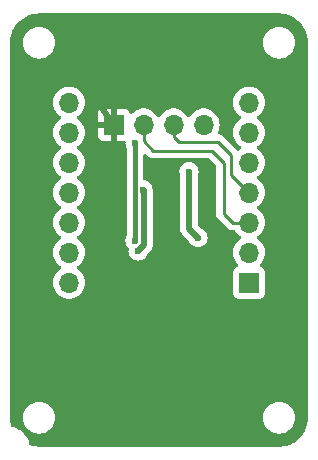
<source format=gtl>
G04 #@! TF.GenerationSoftware,KiCad,Pcbnew,7.0.5*
G04 #@! TF.CreationDate,2023-12-03T19:54:15+09:00*
G04 #@! TF.ProjectId,Misawa_DistanceSensor,4d697361-7761-45f4-9469-7374616e6365,v1.0*
G04 #@! TF.SameCoordinates,Original*
G04 #@! TF.FileFunction,Copper,L1,Top*
G04 #@! TF.FilePolarity,Positive*
%FSLAX46Y46*%
G04 Gerber Fmt 4.6, Leading zero omitted, Abs format (unit mm)*
G04 Created by KiCad (PCBNEW 7.0.5) date 2023-12-03 19:54:15*
%MOMM*%
%LPD*%
G01*
G04 APERTURE LIST*
G04 #@! TA.AperFunction,ComponentPad*
%ADD10R,1.700000X1.700000*%
G04 #@! TD*
G04 #@! TA.AperFunction,ComponentPad*
%ADD11O,1.700000X1.700000*%
G04 #@! TD*
G04 #@! TA.AperFunction,ViaPad*
%ADD12C,0.600000*%
G04 #@! TD*
G04 #@! TA.AperFunction,Conductor*
%ADD13C,0.500000*%
G04 #@! TD*
G04 #@! TA.AperFunction,Conductor*
%ADD14C,0.250000*%
G04 #@! TD*
G04 #@! TA.AperFunction,Conductor*
%ADD15C,0.400000*%
G04 #@! TD*
G04 APERTURE END LIST*
D10*
X124320000Y-119030000D03*
D11*
X124320000Y-116490000D03*
X124320000Y-113950000D03*
X124320000Y-111410000D03*
X124320000Y-108870000D03*
X124320000Y-106330000D03*
X124320000Y-103790000D03*
X109080000Y-103790000D03*
X109080000Y-106330000D03*
X109080000Y-108870000D03*
X109080000Y-111410000D03*
X109080000Y-113950000D03*
X109080000Y-116490000D03*
X109080000Y-119030000D03*
D10*
X112850000Y-105650000D03*
D11*
X115390000Y-105650000D03*
X117930000Y-105650000D03*
X120470000Y-105650000D03*
D12*
X128130000Y-113950000D03*
X128130000Y-122840000D03*
X105270000Y-108870000D03*
X128130000Y-101250000D03*
X105270000Y-105060000D03*
X105270000Y-113950000D03*
X120764000Y-116871000D03*
X110350000Y-130460000D03*
X128130000Y-105060000D03*
X128130000Y-117760000D03*
X114414000Y-130457000D03*
X128130000Y-108870000D03*
X105270000Y-122840000D03*
X123050000Y-130460000D03*
X105397000Y-117887000D03*
X106413000Y-111918000D03*
X123050000Y-126650000D03*
X110350000Y-126650000D03*
X105270000Y-101250000D03*
X114922000Y-116363000D03*
X115347500Y-111156000D03*
X119240000Y-109632000D03*
X120002000Y-115220000D03*
X114668000Y-115474000D03*
X114668000Y-107219000D03*
D13*
X107429000Y-120808000D02*
X105397000Y-119157000D01*
X106413000Y-103028000D02*
X106413000Y-111918000D01*
X105397000Y-113823000D02*
X105270000Y-113950000D01*
X107556000Y-102012000D02*
X106413000Y-103028000D01*
X105397000Y-119157000D02*
X105397000Y-117887000D01*
X106413000Y-111918000D02*
X106159000Y-111918000D01*
X114414000Y-130457000D02*
X118354000Y-130457000D01*
X112850000Y-105650000D02*
X110223000Y-102012000D01*
X118354000Y-130457000D02*
X120764000Y-128047000D01*
X120764000Y-128047000D02*
X120764000Y-116871000D01*
X105397000Y-114077000D02*
X105397000Y-117887000D01*
X117208000Y-120808000D02*
X107429000Y-120808000D01*
X106159000Y-111918000D02*
X105397000Y-112680000D01*
X120764000Y-116871000D02*
X117208000Y-120808000D01*
X110223000Y-102012000D02*
X107556000Y-102012000D01*
X105397000Y-112680000D02*
X105397000Y-113823000D01*
X105270000Y-113950000D02*
X105397000Y-114077000D01*
X115347500Y-111156000D02*
X115398000Y-111206500D01*
X115398000Y-115887000D02*
X114922000Y-116363000D01*
X115398000Y-111206500D02*
X115398000Y-115887000D01*
X119240000Y-109632000D02*
X119240000Y-114458000D01*
X119240000Y-114458000D02*
X120002000Y-115220000D01*
D14*
X117970000Y-106711000D02*
X118351000Y-107092000D01*
X121653000Y-107092000D02*
X122796000Y-108235000D01*
X117970000Y-105690000D02*
X117970000Y-106711000D01*
X122796000Y-109886000D02*
X124320000Y-111410000D01*
X122796000Y-108235000D02*
X122796000Y-109886000D01*
X117930000Y-105650000D02*
X117970000Y-105690000D01*
X118351000Y-107092000D02*
X121653000Y-107092000D01*
X122161000Y-108870000D02*
X121145000Y-107854000D01*
X122923000Y-113950000D02*
X122161000Y-113188000D01*
X121145000Y-107854000D02*
X116192000Y-107854000D01*
X122161000Y-113188000D02*
X122161000Y-108870000D01*
X115390000Y-107052000D02*
X115390000Y-105650000D01*
X124320000Y-113950000D02*
X122923000Y-113950000D01*
X116192000Y-107854000D02*
X115390000Y-107052000D01*
D15*
X114668000Y-115474000D02*
X114668000Y-107219000D01*
G04 #@! TA.AperFunction,Conductor*
G36*
X126815019Y-96247237D02*
G01*
X126815049Y-96247242D01*
X126835469Y-96247242D01*
X126858097Y-96247242D01*
X126861900Y-96247356D01*
X127153055Y-96264968D01*
X127160597Y-96265884D01*
X127445639Y-96318120D01*
X127453012Y-96319937D01*
X127724439Y-96404518D01*
X127729667Y-96406147D01*
X127736777Y-96408843D01*
X128001031Y-96527774D01*
X128007763Y-96531308D01*
X128255756Y-96681225D01*
X128262004Y-96685539D01*
X128490118Y-96864254D01*
X128495800Y-96869288D01*
X128700710Y-97074198D01*
X128705746Y-97079882D01*
X128796021Y-97195110D01*
X128884456Y-97307989D01*
X128888776Y-97314247D01*
X128916133Y-97359500D01*
X129038691Y-97562236D01*
X129042228Y-97568974D01*
X129160873Y-97832593D01*
X129161152Y-97833212D01*
X129163852Y-97840332D01*
X129250060Y-98116982D01*
X129251883Y-98124376D01*
X129304114Y-98409395D01*
X129305032Y-98416954D01*
X129322643Y-98708097D01*
X129322758Y-98711902D01*
X129322758Y-98734535D01*
X129324500Y-130448359D01*
X129324500Y-130458097D01*
X129324385Y-130461902D01*
X129306761Y-130753255D01*
X129305843Y-130760814D01*
X129253574Y-131046039D01*
X129251752Y-131053432D01*
X129165481Y-131330285D01*
X129162781Y-131337406D01*
X129043773Y-131601827D01*
X129040234Y-131608569D01*
X128890217Y-131856731D01*
X128885891Y-131862999D01*
X128707053Y-132091268D01*
X128702004Y-132096967D01*
X128496967Y-132302004D01*
X128491268Y-132307053D01*
X128262999Y-132485891D01*
X128256731Y-132490217D01*
X128008569Y-132640234D01*
X128001827Y-132643773D01*
X127836304Y-132718270D01*
X127763389Y-132751087D01*
X127737406Y-132762781D01*
X127730285Y-132765481D01*
X127453432Y-132851752D01*
X127446039Y-132853574D01*
X127160814Y-132905843D01*
X127153255Y-132906761D01*
X126898975Y-132922142D01*
X126861900Y-132924385D01*
X126858097Y-132924500D01*
X106541903Y-132924500D01*
X106538099Y-132924385D01*
X106494246Y-132921732D01*
X106246744Y-132906761D01*
X106239185Y-132905843D01*
X106056466Y-132872358D01*
X105953956Y-132853573D01*
X105946566Y-132851751D01*
X105807543Y-132808430D01*
X105748457Y-132769067D01*
X105722187Y-132716173D01*
X105705662Y-132643773D01*
X105669434Y-132485048D01*
X105574039Y-132241983D01*
X105443481Y-132015851D01*
X105280679Y-131811704D01*
X105089268Y-131634101D01*
X105089171Y-131634035D01*
X104922488Y-131520391D01*
X104873526Y-131487009D01*
X104873523Y-131487008D01*
X104873521Y-131487006D01*
X104873520Y-131487005D01*
X104638270Y-131373716D01*
X104638263Y-131373713D01*
X104388765Y-131296753D01*
X104388755Y-131296751D01*
X104293988Y-131282467D01*
X104229609Y-131252535D01*
X104192474Y-131195360D01*
X104148243Y-131053417D01*
X104146429Y-131046055D01*
X104094155Y-130760807D01*
X104093239Y-130753265D01*
X104075613Y-130461869D01*
X104075557Y-130460000D01*
X105184341Y-130460000D01*
X105204937Y-130695411D01*
X105266096Y-130923661D01*
X105266098Y-130923665D01*
X105365966Y-131137832D01*
X105501498Y-131331392D01*
X105501502Y-131331397D01*
X105501505Y-131331401D01*
X105668599Y-131498495D01*
X105668603Y-131498498D01*
X105668607Y-131498501D01*
X105862167Y-131634033D01*
X105862166Y-131634033D01*
X105938304Y-131669536D01*
X106076337Y-131733903D01*
X106304592Y-131795063D01*
X106481034Y-131810500D01*
X106481041Y-131810500D01*
X106598959Y-131810500D01*
X106598966Y-131810500D01*
X106775408Y-131795063D01*
X107003663Y-131733903D01*
X107217829Y-131634035D01*
X107411401Y-131498495D01*
X107578495Y-131331401D01*
X107714035Y-131137830D01*
X107813903Y-130923663D01*
X107875063Y-130695408D01*
X107895659Y-130460000D01*
X125504341Y-130460000D01*
X125524937Y-130695411D01*
X125586096Y-130923661D01*
X125586098Y-130923665D01*
X125685966Y-131137832D01*
X125821498Y-131331392D01*
X125821502Y-131331397D01*
X125821505Y-131331401D01*
X125988599Y-131498495D01*
X125988603Y-131498498D01*
X125988607Y-131498501D01*
X126182167Y-131634033D01*
X126182166Y-131634033D01*
X126258304Y-131669536D01*
X126396337Y-131733903D01*
X126624592Y-131795063D01*
X126801034Y-131810500D01*
X126801041Y-131810500D01*
X126918959Y-131810500D01*
X126918966Y-131810500D01*
X127095408Y-131795063D01*
X127323663Y-131733903D01*
X127537829Y-131634035D01*
X127731401Y-131498495D01*
X127898495Y-131331401D01*
X128034035Y-131137830D01*
X128133903Y-130923663D01*
X128195063Y-130695408D01*
X128215659Y-130460000D01*
X128195063Y-130224592D01*
X128133903Y-129996337D01*
X128034035Y-129782171D01*
X128034034Y-129782169D01*
X128034033Y-129782167D01*
X127898501Y-129588607D01*
X127898497Y-129588602D01*
X127898495Y-129588599D01*
X127731401Y-129421505D01*
X127731397Y-129421502D01*
X127731392Y-129421498D01*
X127537832Y-129285966D01*
X127537833Y-129285966D01*
X127323665Y-129186098D01*
X127323661Y-129186096D01*
X127095411Y-129124937D01*
X127042475Y-129120305D01*
X126918966Y-129109500D01*
X126801034Y-129109500D01*
X126688752Y-129119323D01*
X126624588Y-129124937D01*
X126396338Y-129186096D01*
X126396334Y-129186098D01*
X126182167Y-129285966D01*
X125988607Y-129421498D01*
X125988596Y-129421507D01*
X125821507Y-129588596D01*
X125821502Y-129588602D01*
X125685965Y-129782169D01*
X125586098Y-129996334D01*
X125586096Y-129996338D01*
X125524937Y-130224588D01*
X125504341Y-130460000D01*
X107895659Y-130460000D01*
X107875063Y-130224592D01*
X107813903Y-129996337D01*
X107714035Y-129782171D01*
X107714034Y-129782169D01*
X107714033Y-129782167D01*
X107578501Y-129588607D01*
X107578497Y-129588602D01*
X107578495Y-129588599D01*
X107411401Y-129421505D01*
X107411397Y-129421502D01*
X107411392Y-129421498D01*
X107217832Y-129285966D01*
X107217833Y-129285966D01*
X107003665Y-129186098D01*
X107003661Y-129186096D01*
X106775411Y-129124937D01*
X106722475Y-129120305D01*
X106598966Y-129109500D01*
X106481034Y-129109500D01*
X106368752Y-129119323D01*
X106304588Y-129124937D01*
X106076338Y-129186096D01*
X106076334Y-129186098D01*
X105862167Y-129285966D01*
X105668607Y-129421498D01*
X105668596Y-129421507D01*
X105501507Y-129588596D01*
X105501502Y-129588602D01*
X105365965Y-129782169D01*
X105266098Y-129996334D01*
X105266096Y-129996338D01*
X105204937Y-130224588D01*
X105184341Y-130460000D01*
X104075557Y-130460000D01*
X104075500Y-130458126D01*
X104075500Y-130435469D01*
X104075500Y-119030000D01*
X107716844Y-119030000D01*
X107735437Y-119254375D01*
X107790702Y-119472612D01*
X107790703Y-119472613D01*
X107881141Y-119678793D01*
X108004275Y-119867265D01*
X108004279Y-119867270D01*
X108156762Y-120032908D01*
X108211331Y-120075381D01*
X108334424Y-120171189D01*
X108532426Y-120278342D01*
X108532427Y-120278342D01*
X108532428Y-120278343D01*
X108644227Y-120316723D01*
X108745365Y-120351444D01*
X108967431Y-120388500D01*
X108967435Y-120388500D01*
X109192565Y-120388500D01*
X109192569Y-120388500D01*
X109414635Y-120351444D01*
X109627574Y-120278342D01*
X109825576Y-120171189D01*
X110003240Y-120032906D01*
X110155722Y-119867268D01*
X110278860Y-119678791D01*
X110369296Y-119472616D01*
X110424564Y-119254368D01*
X110443156Y-119030000D01*
X110424564Y-118805632D01*
X110369296Y-118587384D01*
X110278860Y-118381209D01*
X110272140Y-118370924D01*
X110155724Y-118192734D01*
X110155720Y-118192729D01*
X110003237Y-118027091D01*
X109883367Y-117933792D01*
X109825576Y-117888811D01*
X109792319Y-117870813D01*
X109741929Y-117820802D01*
X109726576Y-117751485D01*
X109751136Y-117684872D01*
X109792320Y-117649186D01*
X109825576Y-117631189D01*
X110003240Y-117492906D01*
X110155722Y-117327268D01*
X110278860Y-117138791D01*
X110369296Y-116932616D01*
X110424564Y-116714368D01*
X110443156Y-116490000D01*
X110424564Y-116265632D01*
X110389510Y-116127206D01*
X110369297Y-116047387D01*
X110369296Y-116047386D01*
X110369296Y-116047384D01*
X110278860Y-115841209D01*
X110269587Y-115827015D01*
X110155724Y-115652734D01*
X110155720Y-115652729D01*
X110003237Y-115487091D01*
X109892688Y-115401047D01*
X109825576Y-115348811D01*
X109792319Y-115330813D01*
X109741929Y-115280802D01*
X109726576Y-115211485D01*
X109751136Y-115144872D01*
X109792320Y-115109186D01*
X109825576Y-115091189D01*
X110003240Y-114952906D01*
X110155722Y-114787268D01*
X110278860Y-114598791D01*
X110369296Y-114392616D01*
X110424564Y-114174368D01*
X110443156Y-113950000D01*
X110424564Y-113725632D01*
X110387524Y-113579365D01*
X110369297Y-113507387D01*
X110369296Y-113507386D01*
X110369296Y-113507384D01*
X110278860Y-113301209D01*
X110259507Y-113271587D01*
X110155724Y-113112734D01*
X110155720Y-113112729D01*
X110003237Y-112947091D01*
X109908565Y-112873405D01*
X109825576Y-112808811D01*
X109792319Y-112790813D01*
X109741929Y-112740802D01*
X109726576Y-112671485D01*
X109751136Y-112604872D01*
X109792320Y-112569186D01*
X109825576Y-112551189D01*
X110003240Y-112412906D01*
X110155722Y-112247268D01*
X110278860Y-112058791D01*
X110369296Y-111852616D01*
X110424564Y-111634368D01*
X110443156Y-111410000D01*
X110424564Y-111185632D01*
X110417060Y-111156000D01*
X110369297Y-110967387D01*
X110369296Y-110967386D01*
X110369296Y-110967384D01*
X110278860Y-110761209D01*
X110272140Y-110750924D01*
X110155724Y-110572734D01*
X110155720Y-110572729D01*
X110003237Y-110407091D01*
X109905161Y-110330755D01*
X109825576Y-110268811D01*
X109792319Y-110250813D01*
X109741929Y-110200802D01*
X109726576Y-110131485D01*
X109751136Y-110064872D01*
X109792320Y-110029186D01*
X109792326Y-110029183D01*
X109825576Y-110011189D01*
X110003240Y-109872906D01*
X110155722Y-109707268D01*
X110278860Y-109518791D01*
X110369296Y-109312616D01*
X110424564Y-109094368D01*
X110443156Y-108870000D01*
X110424564Y-108645632D01*
X110385715Y-108492220D01*
X110369297Y-108427387D01*
X110369296Y-108427386D01*
X110369296Y-108427384D01*
X110278860Y-108221209D01*
X110208736Y-108113876D01*
X110155724Y-108032734D01*
X110155720Y-108032729D01*
X110003237Y-107867091D01*
X109921382Y-107803381D01*
X109825576Y-107728811D01*
X109825569Y-107728807D01*
X109792318Y-107710812D01*
X109741928Y-107660798D01*
X109726576Y-107591481D01*
X109751137Y-107524869D01*
X109792315Y-107489188D01*
X109825576Y-107471189D01*
X110003240Y-107332906D01*
X110155722Y-107167268D01*
X110278860Y-106978791D01*
X110369296Y-106772616D01*
X110424564Y-106554368D01*
X110425042Y-106548597D01*
X111492000Y-106548597D01*
X111498505Y-106609093D01*
X111549555Y-106745964D01*
X111549555Y-106745965D01*
X111637095Y-106862904D01*
X111754034Y-106950444D01*
X111890906Y-107001494D01*
X111951402Y-107007999D01*
X111951415Y-107008000D01*
X112596000Y-107008000D01*
X112596000Y-106083674D01*
X112707685Y-106134680D01*
X112814237Y-106150000D01*
X112885763Y-106150000D01*
X112992315Y-106134680D01*
X113104000Y-106083674D01*
X113104000Y-107008000D01*
X113737164Y-107008000D01*
X113805285Y-107028002D01*
X113851778Y-107081658D01*
X113862371Y-107148106D01*
X113860213Y-107167265D01*
X113855856Y-107205940D01*
X113854384Y-107219000D01*
X113874783Y-107400047D01*
X113874783Y-107400049D01*
X113874784Y-107400050D01*
X113934956Y-107572014D01*
X113934957Y-107572015D01*
X113940185Y-107580335D01*
X113959500Y-107647374D01*
X113959500Y-115045624D01*
X113940188Y-115112658D01*
X113934959Y-115120979D01*
X113934957Y-115120984D01*
X113879035Y-115280802D01*
X113874783Y-115292953D01*
X113854384Y-115474000D01*
X113874783Y-115655047D01*
X113874783Y-115655049D01*
X113874784Y-115655050D01*
X113934957Y-115827015D01*
X113934958Y-115827018D01*
X114031887Y-115981279D01*
X114031888Y-115981281D01*
X114099700Y-116049093D01*
X114133726Y-116111405D01*
X114129834Y-116174937D01*
X114130357Y-116175057D01*
X114129632Y-116178229D01*
X114129537Y-116179794D01*
X114128785Y-116181942D01*
X114128782Y-116181955D01*
X114114735Y-116306634D01*
X114108384Y-116363000D01*
X114128783Y-116544047D01*
X114128783Y-116544049D01*
X114128784Y-116544050D01*
X114188957Y-116716015D01*
X114188958Y-116716018D01*
X114285887Y-116870279D01*
X114285888Y-116870281D01*
X114414718Y-116999111D01*
X114414720Y-116999112D01*
X114568981Y-117096041D01*
X114568982Y-117096041D01*
X114568985Y-117096043D01*
X114740953Y-117156217D01*
X114922000Y-117176616D01*
X115103047Y-117156217D01*
X115275015Y-117096043D01*
X115429281Y-116999111D01*
X115558111Y-116870281D01*
X115655043Y-116716015D01*
X115655044Y-116716011D01*
X115658114Y-116709638D01*
X115660316Y-116710698D01*
X115682578Y-116675101D01*
X115888778Y-116468901D01*
X115902617Y-116456941D01*
X115922058Y-116442469D01*
X115956001Y-116402015D01*
X115959700Y-116397979D01*
X115965581Y-116392100D01*
X115985629Y-116366743D01*
X115986664Y-116365472D01*
X116036032Y-116306640D01*
X116036033Y-116306636D01*
X116036036Y-116306634D01*
X116040070Y-116300502D01*
X116040127Y-116300539D01*
X116044171Y-116294191D01*
X116044112Y-116294155D01*
X116047965Y-116287907D01*
X116047967Y-116287905D01*
X116080421Y-116218304D01*
X116081167Y-116216765D01*
X116115609Y-116148188D01*
X116115610Y-116148181D01*
X116118119Y-116141291D01*
X116118184Y-116141314D01*
X116120658Y-116134197D01*
X116120594Y-116134176D01*
X116122903Y-116127207D01*
X116126650Y-116109057D01*
X116138432Y-116051994D01*
X116138805Y-116050312D01*
X116156500Y-115975656D01*
X116156500Y-115975655D01*
X116157352Y-115968368D01*
X116157419Y-115968375D01*
X116158185Y-115960877D01*
X116158119Y-115960872D01*
X116158757Y-115953565D01*
X116158759Y-115953558D01*
X116156525Y-115876801D01*
X116156499Y-115875060D01*
X116156499Y-111270939D01*
X116157830Y-111252674D01*
X116161341Y-111228711D01*
X116158760Y-111199216D01*
X116159072Y-111174128D01*
X116161116Y-111156000D01*
X116140717Y-110974953D01*
X116080543Y-110802985D01*
X116080541Y-110802982D01*
X116080541Y-110802981D01*
X115983612Y-110648720D01*
X115983611Y-110648718D01*
X115854781Y-110519888D01*
X115854779Y-110519887D01*
X115700518Y-110422958D01*
X115700515Y-110422957D01*
X115655172Y-110407091D01*
X115528547Y-110362783D01*
X115488389Y-110358258D01*
X115422938Y-110330755D01*
X115382745Y-110272231D01*
X115376500Y-110233057D01*
X115376500Y-109632000D01*
X118426384Y-109632000D01*
X118446783Y-109813047D01*
X118474429Y-109892054D01*
X118481500Y-109933669D01*
X118481500Y-114393559D01*
X118480170Y-114411819D01*
X118477177Y-114432255D01*
X118476659Y-114435789D01*
X118480867Y-114483890D01*
X118481260Y-114488372D01*
X118481500Y-114493866D01*
X118481500Y-114502184D01*
X118485242Y-114534199D01*
X118485428Y-114536020D01*
X118492112Y-114612419D01*
X118493596Y-114619606D01*
X118493531Y-114619619D01*
X118495165Y-114626989D01*
X118495229Y-114626975D01*
X118496921Y-114634115D01*
X118509949Y-114669908D01*
X118523175Y-114706247D01*
X118523761Y-114707934D01*
X118547885Y-114780736D01*
X118550987Y-114787388D01*
X118550926Y-114787416D01*
X118554211Y-114794202D01*
X118554270Y-114794173D01*
X118557563Y-114800730D01*
X118599736Y-114864850D01*
X118600717Y-114866390D01*
X118640970Y-114931651D01*
X118640972Y-114931653D01*
X118645522Y-114937408D01*
X118645468Y-114937450D01*
X118650228Y-114943292D01*
X118650279Y-114943250D01*
X118654997Y-114948872D01*
X118710822Y-115001540D01*
X118712136Y-115002817D01*
X119241421Y-115532102D01*
X119263785Y-115567659D01*
X119265890Y-115566646D01*
X119268958Y-115573018D01*
X119365887Y-115727279D01*
X119365888Y-115727281D01*
X119494718Y-115856111D01*
X119494720Y-115856112D01*
X119648981Y-115953041D01*
X119648982Y-115953041D01*
X119648985Y-115953043D01*
X119820953Y-116013217D01*
X120002000Y-116033616D01*
X120183047Y-116013217D01*
X120355015Y-115953043D01*
X120509281Y-115856111D01*
X120638111Y-115727281D01*
X120735043Y-115573015D01*
X120795217Y-115401047D01*
X120815616Y-115220000D01*
X120795217Y-115038953D01*
X120735043Y-114866985D01*
X120735041Y-114866982D01*
X120735041Y-114866981D01*
X120638112Y-114712720D01*
X120638111Y-114712718D01*
X120509281Y-114583888D01*
X120509279Y-114583887D01*
X120355018Y-114486958D01*
X120348646Y-114483890D01*
X120349659Y-114481785D01*
X120314102Y-114459421D01*
X120035405Y-114180724D01*
X120001379Y-114118412D01*
X119998500Y-114091629D01*
X119998500Y-109933669D01*
X120005571Y-109892054D01*
X120033217Y-109813047D01*
X120053616Y-109632000D01*
X120033217Y-109450953D01*
X119973043Y-109278985D01*
X119973041Y-109278982D01*
X119973041Y-109278981D01*
X119876112Y-109124720D01*
X119876111Y-109124718D01*
X119747281Y-108995888D01*
X119747279Y-108995887D01*
X119593018Y-108898958D01*
X119593015Y-108898957D01*
X119421050Y-108838784D01*
X119421049Y-108838783D01*
X119421047Y-108838783D01*
X119240000Y-108818384D01*
X119058953Y-108838783D01*
X119058950Y-108838783D01*
X119058949Y-108838784D01*
X118886984Y-108898957D01*
X118886981Y-108898958D01*
X118732720Y-108995887D01*
X118732718Y-108995888D01*
X118603888Y-109124718D01*
X118603887Y-109124720D01*
X118506958Y-109278981D01*
X118506957Y-109278984D01*
X118506957Y-109278985D01*
X118446783Y-109450953D01*
X118426384Y-109632000D01*
X115376500Y-109632000D01*
X115376500Y-108238592D01*
X115396502Y-108170472D01*
X115450158Y-108123979D01*
X115520432Y-108113876D01*
X115585013Y-108143369D01*
X115591567Y-108149471D01*
X115684758Y-108242662D01*
X115694720Y-108255097D01*
X115694947Y-108254910D01*
X115699999Y-108261017D01*
X115750388Y-108308335D01*
X115751777Y-108309681D01*
X115762018Y-108319922D01*
X115772226Y-108330131D01*
X115777768Y-108334430D01*
X115782281Y-108338285D01*
X115816679Y-108370586D01*
X115816680Y-108370586D01*
X115816682Y-108370588D01*
X115834429Y-108380344D01*
X115850959Y-108391202D01*
X115866959Y-108403613D01*
X115898136Y-108417104D01*
X115910251Y-108422347D01*
X115915585Y-108424959D01*
X115956940Y-108447695D01*
X115976562Y-108452733D01*
X115995263Y-108459135D01*
X116007814Y-108464567D01*
X116013852Y-108467180D01*
X116013853Y-108467180D01*
X116013855Y-108467181D01*
X116060477Y-108474564D01*
X116066262Y-108475763D01*
X116111970Y-108487500D01*
X116132224Y-108487500D01*
X116151934Y-108489051D01*
X116154141Y-108489400D01*
X116171943Y-108492220D01*
X116205870Y-108489012D01*
X116218917Y-108487780D01*
X116224850Y-108487500D01*
X120830405Y-108487500D01*
X120898526Y-108507502D01*
X120919500Y-108524405D01*
X121490594Y-109095499D01*
X121524620Y-109157811D01*
X121527499Y-109184594D01*
X121527499Y-113104146D01*
X121525751Y-113119988D01*
X121526044Y-113120016D01*
X121525298Y-113127908D01*
X121527469Y-113196974D01*
X121527500Y-113198953D01*
X121527500Y-113227851D01*
X121527501Y-113227872D01*
X121528378Y-113234820D01*
X121528844Y-113240732D01*
X121530326Y-113287888D01*
X121530327Y-113287893D01*
X121535977Y-113307339D01*
X121539986Y-113326697D01*
X121542525Y-113346793D01*
X121542526Y-113346799D01*
X121559893Y-113390662D01*
X121561816Y-113396279D01*
X121574982Y-113441593D01*
X121585294Y-113459031D01*
X121593988Y-113476779D01*
X121601444Y-113495609D01*
X121601450Y-113495620D01*
X121629177Y-113533783D01*
X121632437Y-113538746D01*
X121656460Y-113579365D01*
X121670779Y-113593684D01*
X121683617Y-113608714D01*
X121693156Y-113621843D01*
X121695528Y-113625107D01*
X121723794Y-113648491D01*
X121731886Y-113655185D01*
X121736267Y-113659171D01*
X122168725Y-114091629D01*
X122415752Y-114338656D01*
X122425722Y-114351100D01*
X122425950Y-114350913D01*
X122430999Y-114357017D01*
X122431000Y-114357018D01*
X122479690Y-114402741D01*
X122481371Y-114404319D01*
X122482761Y-114405666D01*
X122488914Y-114411819D01*
X122503224Y-114426130D01*
X122503228Y-114426133D01*
X122503230Y-114426135D01*
X122508782Y-114430442D01*
X122513269Y-114434273D01*
X122535959Y-114455581D01*
X122547677Y-114466585D01*
X122547679Y-114466586D01*
X122565428Y-114476343D01*
X122581953Y-114487198D01*
X122597959Y-114499614D01*
X122639686Y-114517670D01*
X122641262Y-114518352D01*
X122646583Y-114520958D01*
X122687940Y-114543695D01*
X122687948Y-114543697D01*
X122707558Y-114548732D01*
X122726267Y-114555137D01*
X122744855Y-114563181D01*
X122791477Y-114570564D01*
X122797262Y-114571763D01*
X122842970Y-114583500D01*
X122863224Y-114583500D01*
X122882934Y-114585051D01*
X122885141Y-114585400D01*
X122902943Y-114588220D01*
X122936870Y-114585012D01*
X122949917Y-114583780D01*
X122955850Y-114583500D01*
X123042962Y-114583500D01*
X123111083Y-114603502D01*
X123148445Y-114640585D01*
X123244275Y-114787265D01*
X123244279Y-114787270D01*
X123317662Y-114866984D01*
X123393046Y-114948872D01*
X123396762Y-114952908D01*
X123451331Y-114995381D01*
X123574424Y-115091189D01*
X123607680Y-115109186D01*
X123658071Y-115159200D01*
X123673423Y-115228516D01*
X123648862Y-115295129D01*
X123607680Y-115330813D01*
X123574426Y-115348810D01*
X123574424Y-115348811D01*
X123396762Y-115487091D01*
X123244279Y-115652729D01*
X123244275Y-115652734D01*
X123121141Y-115841206D01*
X123030703Y-116047386D01*
X123030702Y-116047387D01*
X122975437Y-116265624D01*
X122975436Y-116265630D01*
X122975436Y-116265632D01*
X122956844Y-116490000D01*
X122973867Y-116695437D01*
X122975437Y-116714375D01*
X123030702Y-116932612D01*
X123030703Y-116932613D01*
X123121141Y-117138793D01*
X123244275Y-117327265D01*
X123244280Y-117327270D01*
X123387475Y-117482820D01*
X123418896Y-117546485D01*
X123410909Y-117617031D01*
X123366051Y-117672060D01*
X123338807Y-117686213D01*
X123223797Y-117729110D01*
X123223792Y-117729112D01*
X123106738Y-117816738D01*
X123019112Y-117933792D01*
X123019110Y-117933797D01*
X122968011Y-118070795D01*
X122968009Y-118070803D01*
X122961500Y-118131350D01*
X122961500Y-119928649D01*
X122968009Y-119989196D01*
X122968011Y-119989204D01*
X123019110Y-120126202D01*
X123019112Y-120126207D01*
X123106738Y-120243261D01*
X123223792Y-120330887D01*
X123223794Y-120330888D01*
X123223796Y-120330889D01*
X123278900Y-120351442D01*
X123360795Y-120381988D01*
X123360803Y-120381990D01*
X123421350Y-120388499D01*
X123421355Y-120388499D01*
X123421362Y-120388500D01*
X123421368Y-120388500D01*
X125218632Y-120388500D01*
X125218638Y-120388500D01*
X125218645Y-120388499D01*
X125218649Y-120388499D01*
X125279196Y-120381990D01*
X125279199Y-120381989D01*
X125279201Y-120381989D01*
X125416204Y-120330889D01*
X125486399Y-120278342D01*
X125533261Y-120243261D01*
X125620887Y-120126207D01*
X125620887Y-120126206D01*
X125620889Y-120126204D01*
X125671989Y-119989201D01*
X125678500Y-119928638D01*
X125678500Y-118131362D01*
X125678499Y-118131350D01*
X125671990Y-118070803D01*
X125671988Y-118070795D01*
X125620889Y-117933797D01*
X125620887Y-117933792D01*
X125533261Y-117816738D01*
X125416207Y-117729112D01*
X125416203Y-117729110D01*
X125301192Y-117686213D01*
X125244356Y-117643667D01*
X125219546Y-117577146D01*
X125234638Y-117507772D01*
X125252525Y-117482820D01*
X125395714Y-117327277D01*
X125395724Y-117327265D01*
X125402441Y-117316983D01*
X125518860Y-117138791D01*
X125609296Y-116932616D01*
X125664564Y-116714368D01*
X125683156Y-116490000D01*
X125664564Y-116265632D01*
X125629510Y-116127206D01*
X125609297Y-116047387D01*
X125609296Y-116047386D01*
X125609296Y-116047384D01*
X125518860Y-115841209D01*
X125509587Y-115827015D01*
X125395724Y-115652734D01*
X125395720Y-115652729D01*
X125243237Y-115487091D01*
X125132688Y-115401047D01*
X125065576Y-115348811D01*
X125032319Y-115330813D01*
X124981929Y-115280802D01*
X124966576Y-115211485D01*
X124991136Y-115144872D01*
X125032320Y-115109186D01*
X125065576Y-115091189D01*
X125243240Y-114952906D01*
X125395722Y-114787268D01*
X125518860Y-114598791D01*
X125609296Y-114392616D01*
X125664564Y-114174368D01*
X125683156Y-113950000D01*
X125664564Y-113725632D01*
X125627524Y-113579365D01*
X125609297Y-113507387D01*
X125609296Y-113507386D01*
X125609296Y-113507384D01*
X125518860Y-113301209D01*
X125499507Y-113271587D01*
X125395724Y-113112734D01*
X125395720Y-113112729D01*
X125243237Y-112947091D01*
X125148565Y-112873405D01*
X125065576Y-112808811D01*
X125032319Y-112790813D01*
X124981929Y-112740802D01*
X124966576Y-112671485D01*
X124991136Y-112604872D01*
X125032320Y-112569186D01*
X125065576Y-112551189D01*
X125243240Y-112412906D01*
X125395722Y-112247268D01*
X125518860Y-112058791D01*
X125609296Y-111852616D01*
X125664564Y-111634368D01*
X125683156Y-111410000D01*
X125664564Y-111185632D01*
X125657060Y-111156000D01*
X125609297Y-110967387D01*
X125609296Y-110967386D01*
X125609296Y-110967384D01*
X125518860Y-110761209D01*
X125512140Y-110750924D01*
X125395724Y-110572734D01*
X125395720Y-110572729D01*
X125243237Y-110407091D01*
X125145161Y-110330755D01*
X125065576Y-110268811D01*
X125065569Y-110268807D01*
X125032318Y-110250812D01*
X124981928Y-110200798D01*
X124966576Y-110131481D01*
X124991137Y-110064869D01*
X125032315Y-110029188D01*
X125065576Y-110011189D01*
X125243240Y-109872906D01*
X125395722Y-109707268D01*
X125518860Y-109518791D01*
X125609296Y-109312616D01*
X125664564Y-109094368D01*
X125683156Y-108870000D01*
X125664564Y-108645632D01*
X125625715Y-108492220D01*
X125609297Y-108427387D01*
X125609296Y-108427386D01*
X125609296Y-108427384D01*
X125518860Y-108221209D01*
X125448736Y-108113876D01*
X125395724Y-108032734D01*
X125395720Y-108032729D01*
X125243237Y-107867091D01*
X125161382Y-107803381D01*
X125065576Y-107728811D01*
X125065569Y-107728807D01*
X125032318Y-107710812D01*
X124981928Y-107660798D01*
X124966576Y-107591481D01*
X124991137Y-107524869D01*
X125032315Y-107489188D01*
X125065576Y-107471189D01*
X125243240Y-107332906D01*
X125395722Y-107167268D01*
X125518860Y-106978791D01*
X125609296Y-106772616D01*
X125664564Y-106554368D01*
X125683156Y-106330000D01*
X125664564Y-106105632D01*
X125609296Y-105887384D01*
X125518860Y-105681209D01*
X125451503Y-105578111D01*
X125395724Y-105492734D01*
X125395720Y-105492729D01*
X125243237Y-105327091D01*
X125161382Y-105263381D01*
X125065576Y-105188811D01*
X125032319Y-105170813D01*
X124981929Y-105120802D01*
X124966576Y-105051485D01*
X124991136Y-104984872D01*
X125032320Y-104949186D01*
X125065576Y-104931189D01*
X125243240Y-104792906D01*
X125395722Y-104627268D01*
X125518860Y-104438791D01*
X125609296Y-104232616D01*
X125664564Y-104014368D01*
X125683156Y-103790000D01*
X125664564Y-103565632D01*
X125609296Y-103347384D01*
X125518860Y-103141209D01*
X125512140Y-103130924D01*
X125395724Y-102952734D01*
X125395720Y-102952729D01*
X125243237Y-102787091D01*
X125161382Y-102723381D01*
X125065576Y-102648811D01*
X124867574Y-102541658D01*
X124867572Y-102541657D01*
X124867571Y-102541656D01*
X124654639Y-102468557D01*
X124654630Y-102468555D01*
X124610476Y-102461187D01*
X124432569Y-102431500D01*
X124207431Y-102431500D01*
X124059211Y-102456233D01*
X123985369Y-102468555D01*
X123985360Y-102468557D01*
X123772428Y-102541656D01*
X123772426Y-102541658D01*
X123574426Y-102648810D01*
X123574424Y-102648811D01*
X123396762Y-102787091D01*
X123244279Y-102952729D01*
X123244275Y-102952734D01*
X123121141Y-103141206D01*
X123030703Y-103347386D01*
X123030702Y-103347387D01*
X122975437Y-103565624D01*
X122956844Y-103790000D01*
X122975437Y-104014375D01*
X123030702Y-104232612D01*
X123030703Y-104232613D01*
X123030704Y-104232616D01*
X123081998Y-104349555D01*
X123121141Y-104438793D01*
X123244275Y-104627265D01*
X123244279Y-104627270D01*
X123396762Y-104792908D01*
X123451331Y-104835381D01*
X123574424Y-104931189D01*
X123607680Y-104949186D01*
X123658071Y-104999200D01*
X123673423Y-105068516D01*
X123648862Y-105135129D01*
X123607680Y-105170813D01*
X123574426Y-105188810D01*
X123574424Y-105188811D01*
X123396762Y-105327091D01*
X123244279Y-105492729D01*
X123244275Y-105492734D01*
X123121141Y-105681206D01*
X123030703Y-105887386D01*
X123030702Y-105887387D01*
X122975437Y-106105624D01*
X122975436Y-106105630D01*
X122975436Y-106105632D01*
X122956844Y-106330000D01*
X122974443Y-106542386D01*
X122975437Y-106554375D01*
X123030702Y-106772612D01*
X123030703Y-106772613D01*
X123030704Y-106772616D01*
X123093786Y-106916430D01*
X123121141Y-106978793D01*
X123244275Y-107167265D01*
X123244279Y-107167270D01*
X123396762Y-107332908D01*
X123451331Y-107375381D01*
X123574424Y-107471189D01*
X123607674Y-107489183D01*
X123607680Y-107489186D01*
X123658071Y-107539200D01*
X123673423Y-107608516D01*
X123648862Y-107675129D01*
X123607680Y-107710813D01*
X123574426Y-107728810D01*
X123574424Y-107728811D01*
X123445232Y-107829366D01*
X123379190Y-107855422D01*
X123309544Y-107841637D01*
X123265902Y-107803991D01*
X123261471Y-107797891D01*
X123225107Y-107767808D01*
X123220726Y-107763822D01*
X122160244Y-106703339D01*
X122150279Y-106690901D01*
X122150052Y-106691090D01*
X122145001Y-106684984D01*
X122145000Y-106684982D01*
X122094625Y-106637677D01*
X122093236Y-106636331D01*
X122082990Y-106626085D01*
X122072776Y-106615870D01*
X122072772Y-106615866D01*
X122067225Y-106611563D01*
X122062717Y-106607712D01*
X122028325Y-106575417D01*
X122028319Y-106575413D01*
X122010563Y-106565651D01*
X121994047Y-106554802D01*
X121978041Y-106542386D01*
X121947289Y-106529078D01*
X121934740Y-106523648D01*
X121929408Y-106521036D01*
X121888061Y-106498305D01*
X121868436Y-106493266D01*
X121849736Y-106486864D01*
X121849248Y-106486653D01*
X121831145Y-106478819D01*
X121831143Y-106478818D01*
X121831142Y-106478818D01*
X121784541Y-106471437D01*
X121778727Y-106470232D01*
X121756001Y-106464397D01*
X121694995Y-106428081D01*
X121663308Y-106364548D01*
X121670999Y-106293970D01*
X121671915Y-106291825D01*
X121759296Y-106092616D01*
X121814564Y-105874368D01*
X121833156Y-105650000D01*
X121814564Y-105425632D01*
X121759296Y-105207384D01*
X121668860Y-105001209D01*
X121658187Y-104984872D01*
X121545724Y-104812734D01*
X121545720Y-104812729D01*
X121393237Y-104647091D01*
X121273679Y-104554035D01*
X121215576Y-104508811D01*
X121017574Y-104401658D01*
X121017572Y-104401657D01*
X121017571Y-104401656D01*
X120804639Y-104328557D01*
X120804630Y-104328555D01*
X120760476Y-104321187D01*
X120582569Y-104291500D01*
X120357431Y-104291500D01*
X120209211Y-104316233D01*
X120135369Y-104328555D01*
X120135360Y-104328557D01*
X119922428Y-104401656D01*
X119922426Y-104401658D01*
X119724426Y-104508810D01*
X119724424Y-104508811D01*
X119546762Y-104647091D01*
X119394279Y-104812729D01*
X119305483Y-104948643D01*
X119251479Y-104994731D01*
X119181131Y-105004306D01*
X119116774Y-104974329D01*
X119094517Y-104948643D01*
X119005720Y-104812729D01*
X118853237Y-104647091D01*
X118733679Y-104554035D01*
X118675576Y-104508811D01*
X118477574Y-104401658D01*
X118477572Y-104401657D01*
X118477571Y-104401656D01*
X118264639Y-104328557D01*
X118264630Y-104328555D01*
X118220476Y-104321187D01*
X118042569Y-104291500D01*
X117817431Y-104291500D01*
X117669211Y-104316233D01*
X117595369Y-104328555D01*
X117595360Y-104328557D01*
X117382428Y-104401656D01*
X117382426Y-104401658D01*
X117184426Y-104508810D01*
X117184424Y-104508811D01*
X117006762Y-104647091D01*
X116854279Y-104812729D01*
X116765483Y-104948643D01*
X116711479Y-104994731D01*
X116641131Y-105004306D01*
X116576774Y-104974329D01*
X116554517Y-104948643D01*
X116465720Y-104812729D01*
X116313237Y-104647091D01*
X116193679Y-104554035D01*
X116135576Y-104508811D01*
X115937574Y-104401658D01*
X115937572Y-104401657D01*
X115937571Y-104401656D01*
X115724639Y-104328557D01*
X115724630Y-104328555D01*
X115680476Y-104321187D01*
X115502569Y-104291500D01*
X115277431Y-104291500D01*
X115129211Y-104316233D01*
X115055369Y-104328555D01*
X115055360Y-104328557D01*
X114842428Y-104401656D01*
X114842426Y-104401658D01*
X114644426Y-104508810D01*
X114644424Y-104508811D01*
X114466759Y-104647094D01*
X114405374Y-104713775D01*
X114344521Y-104750346D01*
X114273557Y-104748211D01*
X114215012Y-104708049D01*
X114194618Y-104672470D01*
X114150443Y-104554033D01*
X114062904Y-104437095D01*
X113945965Y-104349555D01*
X113809093Y-104298505D01*
X113748597Y-104292000D01*
X113104000Y-104292000D01*
X113104000Y-105216325D01*
X112992315Y-105165320D01*
X112885763Y-105150000D01*
X112814237Y-105150000D01*
X112707685Y-105165320D01*
X112596000Y-105216325D01*
X112596000Y-104292000D01*
X111951402Y-104292000D01*
X111890906Y-104298505D01*
X111754035Y-104349555D01*
X111754034Y-104349555D01*
X111637095Y-104437095D01*
X111549555Y-104554034D01*
X111549555Y-104554035D01*
X111498505Y-104690906D01*
X111492000Y-104751402D01*
X111492000Y-105396000D01*
X112418884Y-105396000D01*
X112390507Y-105440156D01*
X112350000Y-105578111D01*
X112350000Y-105721889D01*
X112390507Y-105859844D01*
X112418884Y-105904000D01*
X111492000Y-105904000D01*
X111492000Y-106548597D01*
X110425042Y-106548597D01*
X110443156Y-106330000D01*
X110424564Y-106105632D01*
X110369296Y-105887384D01*
X110278860Y-105681209D01*
X110211503Y-105578111D01*
X110155724Y-105492734D01*
X110155720Y-105492729D01*
X110003237Y-105327091D01*
X109921382Y-105263381D01*
X109825576Y-105188811D01*
X109792319Y-105170813D01*
X109741929Y-105120802D01*
X109726576Y-105051485D01*
X109751136Y-104984872D01*
X109792320Y-104949186D01*
X109825576Y-104931189D01*
X110003240Y-104792906D01*
X110155722Y-104627268D01*
X110278860Y-104438791D01*
X110369296Y-104232616D01*
X110424564Y-104014368D01*
X110443156Y-103790000D01*
X110424564Y-103565632D01*
X110369296Y-103347384D01*
X110278860Y-103141209D01*
X110272140Y-103130924D01*
X110155724Y-102952734D01*
X110155720Y-102952729D01*
X110003237Y-102787091D01*
X109921382Y-102723381D01*
X109825576Y-102648811D01*
X109627574Y-102541658D01*
X109627572Y-102541657D01*
X109627571Y-102541656D01*
X109414639Y-102468557D01*
X109414630Y-102468555D01*
X109370476Y-102461187D01*
X109192569Y-102431500D01*
X108967431Y-102431500D01*
X108819211Y-102456233D01*
X108745369Y-102468555D01*
X108745360Y-102468557D01*
X108532428Y-102541656D01*
X108532426Y-102541658D01*
X108334426Y-102648810D01*
X108334424Y-102648811D01*
X108156762Y-102787091D01*
X108004279Y-102952729D01*
X108004275Y-102952734D01*
X107881141Y-103141206D01*
X107790703Y-103347386D01*
X107790702Y-103347387D01*
X107735437Y-103565624D01*
X107716844Y-103790000D01*
X107735437Y-104014375D01*
X107790702Y-104232612D01*
X107790703Y-104232613D01*
X107790704Y-104232616D01*
X107841998Y-104349555D01*
X107881141Y-104438793D01*
X108004275Y-104627265D01*
X108004279Y-104627270D01*
X108156762Y-104792908D01*
X108211331Y-104835381D01*
X108334424Y-104931189D01*
X108367680Y-104949186D01*
X108418071Y-104999200D01*
X108433423Y-105068516D01*
X108408862Y-105135129D01*
X108367680Y-105170813D01*
X108334426Y-105188810D01*
X108334424Y-105188811D01*
X108156762Y-105327091D01*
X108004279Y-105492729D01*
X108004275Y-105492734D01*
X107881141Y-105681206D01*
X107790703Y-105887386D01*
X107790702Y-105887387D01*
X107735437Y-106105624D01*
X107735436Y-106105630D01*
X107735436Y-106105632D01*
X107716844Y-106330000D01*
X107734443Y-106542386D01*
X107735437Y-106554375D01*
X107790702Y-106772612D01*
X107790703Y-106772613D01*
X107790704Y-106772616D01*
X107853786Y-106916430D01*
X107881141Y-106978793D01*
X108004275Y-107167265D01*
X108004279Y-107167270D01*
X108156762Y-107332908D01*
X108211331Y-107375381D01*
X108334424Y-107471189D01*
X108367680Y-107489186D01*
X108418070Y-107539196D01*
X108433423Y-107608513D01*
X108408864Y-107675126D01*
X108367683Y-107710811D01*
X108334430Y-107728807D01*
X108334424Y-107728811D01*
X108156762Y-107867091D01*
X108004279Y-108032729D01*
X108004275Y-108032734D01*
X107881141Y-108221206D01*
X107790703Y-108427386D01*
X107790702Y-108427387D01*
X107735437Y-108645624D01*
X107735436Y-108645630D01*
X107735436Y-108645632D01*
X107716844Y-108870000D01*
X107727275Y-108995887D01*
X107735437Y-109094375D01*
X107790702Y-109312612D01*
X107790703Y-109312613D01*
X107881141Y-109518793D01*
X108004275Y-109707265D01*
X108004279Y-109707270D01*
X108156762Y-109872908D01*
X108181361Y-109892054D01*
X108334424Y-110011189D01*
X108367674Y-110029183D01*
X108367680Y-110029186D01*
X108418071Y-110079200D01*
X108433423Y-110148516D01*
X108408862Y-110215129D01*
X108367680Y-110250813D01*
X108334426Y-110268810D01*
X108334424Y-110268811D01*
X108156762Y-110407091D01*
X108004279Y-110572729D01*
X108004275Y-110572734D01*
X107881141Y-110761206D01*
X107790703Y-110967386D01*
X107790702Y-110967387D01*
X107735437Y-111185624D01*
X107735436Y-111185630D01*
X107735436Y-111185632D01*
X107731866Y-111228714D01*
X107716844Y-111409999D01*
X107735437Y-111634375D01*
X107790702Y-111852612D01*
X107790703Y-111852613D01*
X107790704Y-111852616D01*
X107818088Y-111915046D01*
X107881141Y-112058793D01*
X108004275Y-112247265D01*
X108004279Y-112247270D01*
X108156762Y-112412908D01*
X108211331Y-112455381D01*
X108334424Y-112551189D01*
X108367680Y-112569186D01*
X108418071Y-112619200D01*
X108433423Y-112688516D01*
X108408862Y-112755129D01*
X108367680Y-112790813D01*
X108334426Y-112808810D01*
X108334424Y-112808811D01*
X108156762Y-112947091D01*
X108004279Y-113112729D01*
X108004275Y-113112734D01*
X107881141Y-113301206D01*
X107790703Y-113507386D01*
X107790702Y-113507387D01*
X107735437Y-113725624D01*
X107735436Y-113725630D01*
X107735436Y-113725632D01*
X107716844Y-113950000D01*
X107730799Y-114118412D01*
X107735437Y-114174375D01*
X107790702Y-114392612D01*
X107790703Y-114392613D01*
X107790704Y-114392616D01*
X107875113Y-114585051D01*
X107881141Y-114598793D01*
X108004275Y-114787265D01*
X108004279Y-114787270D01*
X108077662Y-114866984D01*
X108153046Y-114948872D01*
X108156762Y-114952908D01*
X108211331Y-114995381D01*
X108334424Y-115091189D01*
X108367680Y-115109186D01*
X108418071Y-115159200D01*
X108433423Y-115228516D01*
X108408862Y-115295129D01*
X108367680Y-115330813D01*
X108334426Y-115348810D01*
X108334424Y-115348811D01*
X108156762Y-115487091D01*
X108004279Y-115652729D01*
X108004275Y-115652734D01*
X107881141Y-115841206D01*
X107790703Y-116047386D01*
X107790702Y-116047387D01*
X107735437Y-116265624D01*
X107735436Y-116265630D01*
X107735436Y-116265632D01*
X107716844Y-116490000D01*
X107733867Y-116695437D01*
X107735437Y-116714375D01*
X107790702Y-116932612D01*
X107790703Y-116932613D01*
X107881141Y-117138793D01*
X108004275Y-117327265D01*
X108004279Y-117327270D01*
X108156762Y-117492908D01*
X108211331Y-117535381D01*
X108334424Y-117631189D01*
X108367680Y-117649186D01*
X108418071Y-117699200D01*
X108433423Y-117768516D01*
X108408862Y-117835129D01*
X108367680Y-117870813D01*
X108334426Y-117888810D01*
X108334424Y-117888811D01*
X108156762Y-118027091D01*
X108004279Y-118192729D01*
X108004275Y-118192734D01*
X107881141Y-118381206D01*
X107790703Y-118587386D01*
X107790702Y-118587387D01*
X107735437Y-118805624D01*
X107716844Y-119030000D01*
X104075500Y-119030000D01*
X104075500Y-98711901D01*
X104075557Y-98709999D01*
X105184341Y-98709999D01*
X105204937Y-98945411D01*
X105266096Y-99173661D01*
X105266098Y-99173665D01*
X105365966Y-99387832D01*
X105501498Y-99581392D01*
X105501502Y-99581397D01*
X105501505Y-99581401D01*
X105668599Y-99748495D01*
X105668603Y-99748498D01*
X105668607Y-99748501D01*
X105862167Y-99884033D01*
X105862166Y-99884033D01*
X105938304Y-99919536D01*
X106076337Y-99983903D01*
X106304592Y-100045063D01*
X106481034Y-100060500D01*
X106481041Y-100060500D01*
X106598959Y-100060500D01*
X106598966Y-100060500D01*
X106775408Y-100045063D01*
X107003663Y-99983903D01*
X107217829Y-99884035D01*
X107411401Y-99748495D01*
X107578495Y-99581401D01*
X107714035Y-99387830D01*
X107813903Y-99173663D01*
X107875063Y-98945408D01*
X107895659Y-98710000D01*
X107895659Y-98709999D01*
X125504341Y-98709999D01*
X125524937Y-98945411D01*
X125586096Y-99173661D01*
X125586098Y-99173665D01*
X125685966Y-99387832D01*
X125821498Y-99581392D01*
X125821502Y-99581397D01*
X125821505Y-99581401D01*
X125988599Y-99748495D01*
X125988603Y-99748498D01*
X125988607Y-99748501D01*
X126182167Y-99884033D01*
X126182166Y-99884033D01*
X126258304Y-99919536D01*
X126396337Y-99983903D01*
X126624592Y-100045063D01*
X126801034Y-100060500D01*
X126801041Y-100060500D01*
X126918959Y-100060500D01*
X126918966Y-100060500D01*
X127095408Y-100045063D01*
X127323663Y-99983903D01*
X127537829Y-99884035D01*
X127731401Y-99748495D01*
X127898495Y-99581401D01*
X128034035Y-99387830D01*
X128133903Y-99173663D01*
X128195063Y-98945408D01*
X128215659Y-98710000D01*
X128195063Y-98474592D01*
X128133903Y-98246337D01*
X128034035Y-98032171D01*
X128034034Y-98032169D01*
X128034033Y-98032167D01*
X127898501Y-97838607D01*
X127898497Y-97838602D01*
X127898495Y-97838599D01*
X127731401Y-97671505D01*
X127731397Y-97671502D01*
X127731392Y-97671498D01*
X127537832Y-97535966D01*
X127537833Y-97535966D01*
X127323665Y-97436098D01*
X127323661Y-97436096D01*
X127095411Y-97374937D01*
X127042475Y-97370305D01*
X126918966Y-97359500D01*
X126801034Y-97359500D01*
X126688752Y-97369323D01*
X126624588Y-97374937D01*
X126396338Y-97436096D01*
X126396334Y-97436098D01*
X126182167Y-97535966D01*
X125988607Y-97671498D01*
X125988596Y-97671507D01*
X125821507Y-97838596D01*
X125821502Y-97838602D01*
X125685965Y-98032169D01*
X125586098Y-98246334D01*
X125586096Y-98246338D01*
X125524937Y-98474588D01*
X125504341Y-98709999D01*
X107895659Y-98709999D01*
X107875063Y-98474592D01*
X107813903Y-98246337D01*
X107714035Y-98032171D01*
X107714034Y-98032169D01*
X107714033Y-98032167D01*
X107578501Y-97838607D01*
X107578497Y-97838602D01*
X107578495Y-97838599D01*
X107411401Y-97671505D01*
X107411397Y-97671502D01*
X107411392Y-97671498D01*
X107217832Y-97535966D01*
X107217833Y-97535966D01*
X107003665Y-97436098D01*
X107003661Y-97436096D01*
X106775411Y-97374937D01*
X106722475Y-97370305D01*
X106598966Y-97359500D01*
X106481034Y-97359500D01*
X106368752Y-97369323D01*
X106304588Y-97374937D01*
X106076338Y-97436096D01*
X106076334Y-97436098D01*
X105862167Y-97535966D01*
X105668607Y-97671498D01*
X105668596Y-97671507D01*
X105501507Y-97838596D01*
X105501502Y-97838602D01*
X105365965Y-98032169D01*
X105266098Y-98246334D01*
X105266096Y-98246338D01*
X105204937Y-98474588D01*
X105184341Y-98709999D01*
X104075557Y-98709999D01*
X104075615Y-98708096D01*
X104077162Y-98682519D01*
X104093239Y-98416732D01*
X104094154Y-98409194D01*
X104146429Y-98123940D01*
X104148242Y-98116586D01*
X104234520Y-97839708D01*
X104237209Y-97832615D01*
X104356232Y-97568160D01*
X104359765Y-97561430D01*
X104435530Y-97436098D01*
X104509788Y-97313257D01*
X104514097Y-97307015D01*
X104692954Y-97078721D01*
X104697979Y-97073049D01*
X104903049Y-96867979D01*
X104908721Y-96862954D01*
X105137015Y-96684097D01*
X105143257Y-96679788D01*
X105331162Y-96566197D01*
X105391430Y-96529765D01*
X105398160Y-96526232D01*
X105662615Y-96407209D01*
X105669708Y-96404520D01*
X105946586Y-96318242D01*
X105953940Y-96316429D01*
X106239194Y-96264154D01*
X106246732Y-96263239D01*
X106538096Y-96245614D01*
X106541893Y-96245500D01*
X126815019Y-96247237D01*
G37*
G04 #@! TD.AperFunction*
M02*

</source>
